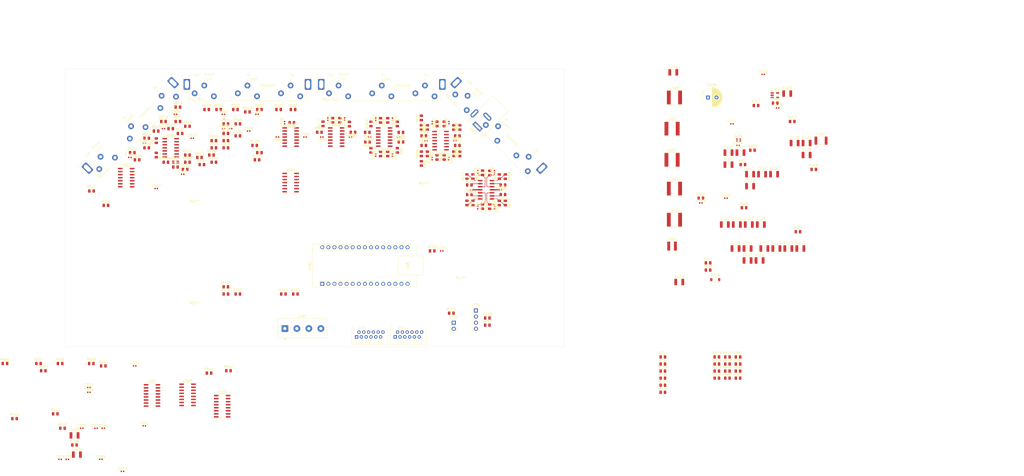
<source format=kicad_pcb>
(kicad_pcb (version 20241229) (generator "pcbnew") (generator_version "9.0")
  (layers (0 "F.Cu" signal) (4 "In1.Cu" signal) (6 "In2.Cu" signal) (2 "B.Cu" signal) (13 "F.Paste" user) (15 "B.Paste" user) (5 "F.SilkS" user "F.Silkscreen") (7 "B.SilkS" user "B.Silkscreen") (1 "F.Mask" user) (3 "B.Mask" user) (25 "Edge.Cuts" user))
  (net 0 "")
  (net 1 "GND")
  (net 3 "SEL_INPUT0")
  (net 4 "~{EN_MUX1}")
  (net 5 "AUTO_DET_COMP")
  (net 12 "+5V")
  (net 14 "SEL_INPUT2")
  (net 15 "SEL_INPUT1")
  (net 18 "BTN")
  (net 19 "SEL_INPUT3")
  (net 21 "SDA")
  (net 25 "~{EN_MUX0}")
  (net 26 "AUTO_DET_Y")
  (net 27 "SCL")
  (net 30 "+2V5")
  (net 31 "-2V5")
  (net 32 "Net-(U402-VIN)")
  (net 33 "Net-(U401-VIN)")
  (net 34 "Net-(C405-Pad1)")
  (net 35 "Net-(C408-Pad1)")
  (net 36 "Net-(U401-BST)")
  (net 37 "Net-(U401-SW)")
  (net 38 "Net-(D401-A)")
  (net 39 "Net-(U402-SW)")
  (net 40 "Net-(U402-NFB)")
  (net 41 "Net-(U401-FB)")
  (net 42 "Net-(C419-Pad1)")
  (net 43 "Net-(C422-Pad1)")
  (net 44 "Net-(C424-Pad1)")
  (net 45 "Net-(C431-Pad1)")
  (net 46 "Net-(CONN501A-TL)")
  (net 47 "Net-(U501A-+INA)")
  (net 48 "Net-(CONN501B-TC)")
  (net 49 "Net-(U501C-+INC)")
  (net 50 "Net-(CONN501C-TR)")
  (net 51 "Net-(U502A-+INA)")
  (net 52 "Net-(CONN502A-TL)")
  (net 53 "Net-(U503A-+INA)")
  (net 54 "Net-(U503C-+INC)")
  (net 55 "Net-(CONN502B-TC)")
  (net 56 "Net-(U504A-+INA)")
  (net 57 "Net-(CONN502C-TR)")
  (net 58 "Net-(U501B-+INB)")
  (net 59 "Net-(CONN501A-BL)")
  (net 60 "Net-(CONN501B-BC)")
  (net 61 "Net-(U501D-+IND)")
  (net 62 "Net-(U502D-+IND)")
  (net 63 "Net-(CONN501C-BR)")
  (net 64 "Net-(U503B-+INB)")
  (net 65 "Net-(CONN502A-BL)")
  (net 66 "Net-(CONN502B-BC)")
  (net 67 "Net-(U503D-+IND)")
  (net 68 "Net-(CONN502C-BR)")
  (net 69 "Net-(U504D-+IND)")
  (net 70 "Net-(U505A-+INA)")
  (net 71 "Net-(CONN503A-TL)")
  (net 72 "Net-(CONN503B-TC)")
  (net 73 "Net-(U505C-+INC)")
  (net 74 "Net-(CONN503C-TR)")
  (net 75 "Net-(U506A-+INA)")
  (net 76 "Net-(CONN503A-BL)")
  (net 77 "Net-(U505B-+INB)")
  (net 78 "Net-(U505D-+IND)")
  (net 79 "Net-(CONN503B-BC)")
  (net 80 "Net-(CONN503C-BR)")
  (net 81 "Net-(U506D-+IND)")
  (net 82 "Net-(U601A-+INA)")
  (net 83 "PbX")
  (net 84 "Net-(U601C-+INC)")
  (net 85 "PrX")
  (net 86 "Net-(U602A-+INA)")
  (net 87 "RightX")
  (net 88 "YX")
  (net 89 "Net-(U601B-+INB)")
  (net 90 "Net-(U601D-+IND)")
  (net 91 "CompX")
  (net 92 "LeftX")
  (net 93 "Net-(U602B-+INB)")
  (net 94 "Net-(CONN601A-TL)")
  (net 95 "Net-(CONN601B-BC)")
  (net 96 "Net-(CONN601A-BL)")
  (net 97 "Net-(CONN601B-TC)")
  (net 98 "Net-(CONN601C-TR)")
  (net 99 "Net-(CONN601C-BR)")
  (net 100 "Net-(F401-Pad1)")
  (net 101 "/Switch/Right4")
  (net 102 "/Switch/Y4")
  (net 103 "/Switch/Pb4")
  (net 104 "/Switch/Comp4")
  (net 105 "/Switch/Left4")
  (net 106 "/Switch/Pr4")
  (net 107 "Net-(J703-Pin_1)")
  (net 108 "Net-(U401-EN)")
  (net 109 "Net-(R404-Pad2)")
  (net 110 "Net-(U501A--INA)")
  (net 111 "Net-(U501A-OUTA)")
  (net 112 "Net-(U501C--INC)")
  (net 113 "Net-(U501C-OUTC)")
  (net 114 "Net-(U502A-OUTA)")
  (net 115 "Net-(U502A--INA)")
  (net 116 "Net-(U503A--INA)")
  (net 117 "Net-(U503A-OUTA)")
  (net 118 "Net-(U503C--INC)")
  (net 119 "Net-(U503C-OUTC)")
  (net 120 "Net-(U504A--INA)")
  (net 121 "Net-(U504A-OUTA)")
  (net 122 "Net-(U501B-OUTB)")
  (net 123 "Net-(U501B--INB)")
  (net 124 "Net-(U501D-OUTD)")
  (net 125 "Net-(U501D--IND)")
  (net 126 "Net-(U502B--INB)")
  (net 127 "Net-(U502D-OUTD)")
  (net 128 "Net-(U503B--INB)")
  (net 129 "Net-(U503B-OUTB)")
  (net 130 "Net-(U503D-OUTD)")
  (net 131 "Net-(U503D--IND)")
  (net 132 "Net-(U504B--INB)")
  (net 133 "Net-(U504D-OUTD)")
  (net 134 "/Switch/Pb1")
  (net 135 "/Switch/Y1")
  (net 136 "/Switch/Pr1")
  (net 137 "/Switch/Comp1")
  (net 138 "/Switch/Right1")
  (net 139 "/Switch/Left1")
  (net 140 "/Switch/Pb2")
  (net 141 "/Switch/Y2")
  (net 142 "/Switch/Pr2")
  (net 143 "/Switch/Comp2")
  (net 144 "/Switch/Right2")
  (net 145 "/Switch/Left2")
  (net 146 "Net-(U505A-OUTA)")
  (net 147 "Net-(U505A--INA)")
  (net 148 "Net-(U505C-OUTC)")
  (net 149 "Net-(U505C--INC)")
  (net 150 "Net-(U506A-OUTA)")
  (net 151 "Net-(U506A--INA)")
  (net 152 "Net-(U505B-OUTB)")
  (net 153 "Net-(U505B--INB)")
  (net 154 "Net-(U505D-OUTD)")
  (net 155 "Net-(U505D--IND)")
  (net 156 "Net-(U506B--INB)")
  (net 157 "Net-(U506D-OUTD)")
  (net 158 "/Switch/Pb3")
  (net 159 "/Switch/Y3")
  (net 160 "/Switch/Pr3")
  (net 161 "/Switch/Comp3")
  (net 162 "/Switch/Right3")
  (net 163 "/Switch/Left3")
  (net 164 "Net-(U601A--INA)")
  (net 165 "Net-(U601C--INC)")
  (net 166 "Net-(U602A--INA)")
  (net 167 "Net-(U601A-OUTA)")
  (net 168 "Net-(U601C-OUTC)")
  (net 169 "Net-(U602A-OUTA)")
  (net 170 "Net-(U601B-OUTB)")
  (net 171 "Net-(U601D-OUTD)")
  (net 172 "Net-(U602B-OUTB)")
  (net 173 "Net-(U601B--INB)")
  (net 174 "Net-(U601D--IND)")
  (net 175 "Net-(U602B--INB)")
  (net 176 "Net-(U602C--INC)")
  (net 177 "Net-(U602C-OUTC)")
  (net 178 "Net-(U602D--IND)")
  (net 179 "Net-(U602D-OUTD)")
  (net 180 "Net-(U502C--INC)")
  (net 181 "Net-(U502D--IND)")
  (net 182 "Net-(U504C--INC)")
  (net 183 "Net-(U504D--IND)")
  (net 184 "Net-(U506C--INC)")
  (net 185 "Net-(U506D--IND)")
  (net 187 "Net-(J504-Pin_10)")
  (net 188 "Net-(J504-Pin_4)")
  (net 189 "Net-(J504-Pin_2)")
  (net 190 "Net-(J504-Pin_12)")
  (net 191 "Net-(J504-Pin_8)")
  (net 192 "Net-(J504-Pin_6)")
  (net 193 "Net-(J701-Pin_4)")
  (net 194 "Net-(J701-Pin_6)")
  (net 195 "Net-(J701-Pin_2)")
  (net 196 "Net-(U602C-+INC)")
  (net 197 "Net-(U602D-+IND)")
  (footprint "Capacitor_SMD:C_1210_3225Metric" (layer "F.Cu") (at 63.9125 182)
    (property "Reference" "C430")
    (property "Value" "22uF")
  )
  (footprint "Resistor_SMD:R_0805_2012Metric" (layer "F.Cu") (at 111 53)
    (property "Reference" "R540")
    (property "Value" "75")
  )
  (footprint "Resistor_SMD:R_0805_2012Metric" (layer "F.Cu") (at 214.999999 52 90)
    (property "Reference" "R633")
    (property "Value" "10K")
  )
  (footprint "Capacitor_SMD:C_0402_1005Metric" (layer "F.Cu") (at 212.999999 66.5 90)
    (property "Reference" "C612")
    (property "Value" "1.0uF")
  )
  (footprint "Resistor_SMD:R_0805_2012Metric" (layer "F.Cu") (at 90 67)
    (property "Reference" "R526")
    (property "Value" "10K")
  )
  (footprint "Resistor_SMD:R_0805_2012Metric" (layer "F.Cu") (at 198.475 63.04 -90)
    (property "Reference" "R567")
    (property "Value" "75")
  )
  (footprint "Resistor_SMD:R_0805_2012Metric" (layer "F.Cu") (at 106 70)
    (property "Reference" "R539")
    (property "Value" "75")
  )
  (footprint "Resistor_SMD:R_0805_2012Metric" (layer "F.Cu") (at 122 68)
    (property "Reference" "R544")
    (property "Value" "75")
  )
  (footprint "TerminalBlock:TerminalBlock_MaiXu_MX126-5.0-04P_1x04_P5.00mm" (layer "F.Cu") (at 151.6 137.4)
    (property "Reference" "J402")
    (property "Value" "Screw_Terminal_01x03")
  )
  (footprint "Capacitor_THT:CP_Radial_D8.0mm_P3.50mm" (layer "F.Cu") (at 328 41)
    (property "Reference" "C406")
    (property "Value" "470uF")
  )
  (footprint "Resistor_SMD:R_0805_2012Metric" (layer "F.Cu") (at 222.000001 64.5 -90)
    (property "Reference" "R612")
    (property "Value" "75")
  )
  (footprint "Resistor_SMD:R_0805_2012Metric" (layer "F.Cu") (at 107 51)
    (property "Reference" "R507")
    (property "Value" "10K")
  )
  (footprint "Capacitor_SMD:C_0402_1005Metric" (layer "F.Cu") (at 89 153)
    (property "Reference" "C527")
    (property "Value" "0.1uF")
  )
  (footprint "Capacitor_SMD:C_1210_3225Metric" (layer "F.Cu") (at 313.5 30.5)
    (property "Reference" "C421")
    (property "Value" "22uF")
  )
  (footprint "Capacitor_SMD:C_0402_1005Metric" (layer "F.Cu") (at 66.9125 179)
    (property "Reference" "C535")
    (property "Value" "0.1uF")
  )
  (footprint "Capacitor_SMD:C_0402_1005Metric" (layer "F.Cu") (at 87 66)
    (property "Reference" "C516")
    (property "Value" "1.0uF")
  )
  (footprint "Capacitor_SMD:C_1210_3225Metric" (layer "F.Cu") (at 366.475 104)
    (property "Reference" "C424")
    (property "Value" "22uF")
  )
  (footprint "Capacitor_SMD:C_0402_1005Metric" (layer "F.Cu") (at 98 79)
    (property "Reference" "C517")
    (property "Value" "1.0uF")
  )
  (footprint "Package_SO:SOIC-16_3.9x9.9mm_P1.27mm" (layer "F.Cu") (at 111.025 165.075)
    (property "Reference" "U508")
    (property "Value" "74HC4052D")
  )
  (footprint "Resistor_SMD:R_0805_2012Metric" (layer "F.Cu") (at 128.0875 155)
    (property "Reference" "R542")
    (property "Value" "75")
  )
  (footprint "Capacitor_SMD:C_0402_1005Metric" (layer "F.Cu") (at 176.5 50 90)
    (property "Reference" "C525")
    (property "Value" "1.0uF")
  )
  (footprint "Capacitor_SMD:C_0402_1005Metric" (layer "F.Cu") (at 241.475 79.5)
    (property "Reference" "C607")
    (property "Value" "0.1uF")
  )
  (footprint "Resistor_SMD:R_0805_2012Metric" (layer "F.Cu") (at 194.475 50.54 90)
    (property "Reference" "R561")
    (property "Value" "10K")
  )
  (footprint "Resistor_SMD:R_0805_2012Metric" (layer "F.Cu") (at 309.1575 161.05)
    (property "Reference" "R715")
    (property "Value" "0")
  )
  (footprint "Resistor_SMD:R_0805_2012Metric" (layer "F.Cu") (at 242.5 81.5 180)
    (property "Reference" "R619")
    (property "Value" "499")
  )
  (footprint "Resistor_SMD:R_0805_2012Metric" (layer "F.Cu") (at 75.9125 153)
    (property "Reference" "R555")
    (property "Value" "75")
  )
  (footprint "Capacitor_SMD:C_0402_1005Metric" (layer "F.Cu") (at 338 52)
    (property "Reference" "C414")
    (property "Value" "0.1uF")
  )
  (footprint "Resistor_SMD:R_0805_2012Metric" (layer "F.Cu") (at 77 86)
    (property "Reference" "R515")
    (property "Value" "75")
  )
  (footprint "Resistor_SMD:R_0805_2012Metric" (layer "F.Cu") (at 223.5 57 180)
    (property "Reference" "R621")
    (property "Value" "499")
  )
  (footprint "Resistor_SMD:R_0805_2012Metric" (layer "F.Cu") (at 174.5 50.5 90)
    (property "Reference" "R554")
    (property "Value" "10K")
  )
  (footprint "Resistor_SMD:R_0805_2012Metric" (layer "F.Cu") (at 141 46)
    (property "Reference" "R517")
    (property "Value" "75")
  )
  (footprint "Resistor_SMD:R_0805_2012Metric" (layer "F.Cu") (at 325 83)
    (property "Reference" "R407")
    (property "Value" "31.6k")
  )
  (footprint "Resistor_SMD:R_0805_2012Metric" (layer "F.Cu") (at 117 69)
    (property "Reference" "R534")
    (property "Value" "499")
  )
  (footprint "avswitch:amphenol-HLW12R-2C7LF" (layer "F.Cu") (at 181.5 140.9)
    (property "Reference" "J701")
    (property "Value" "CTRL" (hide yes))
  )
  (footprint "Resistor_SMD:R_0805_2012Metric" (layer "F.Cu") (at 208.499999 49.5 90)
    (property "Reference" "R627")
    (property "Value" "499")
  )
  (footprint "Capacitor_SMD:C_0402_1005Metric" (layer "F.Cu") (at 229.455 79.5 180)
    (property "Reference" "C608")
    (property "Value" "0.1uF")
  )
  (footprint "Capacitor_SMD:C_0402_1005Metric" (layer "F.Cu") (at 232 72 90)
    (property "Reference" "C605")
    (property "Value" "1.0uF")
  )
  (footprint "Inductor_SMD:L_Taiyo-Yuden_NR-40xx" (layer "F.Cu") (at 313 103)
    (property "Reference" "L404")
    (property "Value" "2.2uH")
  )
  (footprint "Package_SO:SOIC-14_3.9x8.7mm_P1.27mm" (layer "F.Cu") (at 104 62)
    (property "Reference" "U501")
    (property "Value" "RS8754")
  )
  (footprint "Capacitor_SMD:C_0402_1005Metric" (layer "F.Cu") (at 72.9125 179)
    (property "Reference" "C511")
    (property "Value" "0.1uF")
  )
  (footprint "Resistor_SMD:R_0805_2012Metric" (layer "F.Cu") (at 342.525 69)
    (property "Reference" "R402")
    (property "Value" "0.787")
  )
  (footprint "Capacitor_SMD:C_0402_1005Metric" (layer "F.Cu") (at 126 54)
    (property "Reference" "C520")
    (property "Value" "1.0uF")
  )
  (footprint "Resistor_SMD:R_0805_2012Metric" (layer "F.Cu") (at 127 52)
    (property "Reference" "R504")
    (property "Value" "499")
  )
  (footprint "Resistor_SMD:R_0805_2012Metric" (layer "F.Cu") (at 187.475 63.040001 -90)
    (property "Reference" "R570")
    (property "Value" "75")
  )
  (footprint "Capacitor_SMD:C_0402_1005Metric" (layer "F.Cu") (at 196.475 65.04 -90)
    (property "Reference" "C523")
    (property "Value" "1.0uF")
  )
  (footprint "Resistor_SMD:R_0805_2012Metric" (layer "F.Cu") (at 127 62)
    (property "Reference" "R546")
    (property "Value" "75")
  )
  (footprint "Capacitor_SMD:C_1210_3225Metric" (layer "F.Cu") (at 364.0875 60)
    (property "Reference" "C426")
    (property "Value" "22uF")
  )
  (footprint "Resistor_SMD:R_0805_2012Metric" (layer "F.Cu") (at 178.5 52.0875 90)
    (property "Reference" "R571")
    (property "Value" "75")
  )
  (footprint "Resistor_SMD:R_0805_2012Metric" (layer "F.Cu") (at 111 68)
    (property "Reference" "R509")
    (property "Value" "10K")
  )
  (footprint "Resistor_SMD:R_0805_2012Metric" (layer "F.Cu") (at 194.475 64.54 -90)
    (property "Reference" "R552")
    (property "Value" "10K")
  )
  (footprint "Capacitor_SMD:C_0402_1005Metric" (layer "F.Cu") (at 126 48)
    (property "Reference" "C510")
    (property "Value" "1.0uF")
  )
  (footprint "Resistor_SMD:R_0805_2012Metric" (layer "F.Cu") (at 70.9125 152)
    (property "Reference" "R558")
    (property "Value" "75")
  )
  (footprint "Resistor_SMD:R_0805_2012Metric" (layer "F.Cu") (at 236 133)
    (property "Reference" "R708")
    (property "Value" "4.7K")
  )
  (footprint "Capacitor_SMD:C_1210_3225Metric" (layer "F.Cu") (at 369.0875 60)
    (property "Reference" "C428")
    (property "Value" "22uF")
  )
  (footprint "Resistor_SMD:R_0805_2012Metric" (layer "F.Cu") (at 121 65)
    (property "Reference" "R528")
    (property "Value" "10K")
  )
  (footprint "Capacitor_SMD:C_0402_1005Metric" (layer "F.Cu") (at 83.9125 197)
    (property "Reference" "C513")
    (property "Value" "0.1uF")
  )
  (footprint "Resistor_SMD:R_0805_2012Metric" (layer "F.Cu") (at 340.4875 149.25)
    (property "Reference" "R581")
    (property "Value" "0")
  )
  (footprint "Capacitor_SMD:C_0402_1005Metric" (layer "F.Cu") (at 189.475 50.04 90)
    (property "Reference" "C524")
    (property "Value" "1.0uF")
  )
  (footprint "Resistor_SMD:R_0805_2012Metric" (layer "F.Cu") (at 136 47)
    (property "Reference" "R512")
    (property "Value" "10K")
  )
  (footprint "Resistor_SMD:R_0805_2012Metric" (layer "F.Cu") (at 57.9125 152)
    (property "Reference" "R556")
    (property "Value" "75")
  )
  (footprint "Capacitor_SMD:C_1210_3225Metric" (layer "F.Cu") (at 350.525 73)
    (property "Reference" "C410")
    (property "Value" "22uF")
  )
  (footprint "Resistor_SMD:R_0805_2012Metric" (layer "F.Cu") (at 102 68)
    (property "Reference" "R538")
    (property "Value" "75")
  )
  (footprint "Package_SO:SOIC-16_3.9x9.9mm_P1.27mm" (layer "F.Cu") (at 125.475 169.825)
    (property "Reference" "U509")
    (property "Value" "74HC4052D")
  )
  (footprint "Capacitor_SMD:C_0402_1005Metric" (layer "F.Cu") (at 113 58)
    (property "Reference" "C533")
    (property "Value" "0.1uF")
  )
  (footprint "Package_SO:SOIC-14_3.9x8.7mm_P1.27mm" (layer "F.Cu") (at 85.475 74.46)
    (property "Reference" "U502")
    (property "Value" "RS8754")
  )
  (footprint "Resistor_SMD:R_0805_2012Metric" (layer "F.Cu") (at 191.475 50.54 90)
    (property "Reference" "R553")
    (property "Value" "10K")
  )
  (footprint "Resistor_SMD:R_0805_2012Metric" (layer "F.Cu") (at 107 45)
    (property "Reference" "R513")
    (property "Value" "75")
  )
  (footprint "avswitch:RCJ-61" (layer "F.Cu") (at 192 36)
    (property "Reference" "CONN503")
    (property "Value" "~")
  )
  (footprint "Inductor_SMD:L_Taiyo-Yuden_NR-60xx" (layer "F.Cu") (at 314 41)
    (property "Reference" "L406")
    (property "Value" "10uH")
  )
  (footprint "Resistor_SMD:R_0805_2012Metric" (layer "F.Cu") (at 208.499999 53.5 -90)
    (property "Reference" "R626")
    (property "Value" "549")
  )
  (footprint "Package_TO_SOT_SMD:SOT-23-5" (layer "F.Cu") (at 355.8625 40.05)
    (property "Reference" "U402")
    (property "Value" "LM2611xMF")
  )
  (footprint "Resistor_SMD:R_0805_2012Metric" (layer "F.Cu") (at 365.475 97)
    (property "Reference" "R404")
    (property "Value" "324")
  )
  (footprint "Capacitor_SMD:C_0402_1005Metric" (layer "F.Cu") (at 57.9125 192)
    (property "Reference" "C514")
    (property "Value" "0.1uF")
  )
  (footprint "Capacitor_SMD:C_0402_1005Metric" (layer "F.Cu") (at 106 48)
    (property "Reference" "C505")
    (property "Value" "1.0uF")
  )
  (footprint "Package_SO:SOIC-14_3.9x8.7mm_P1.27mm" (layer "F.Cu") (at 216.5 59 180)
    (property "Reference" "U602")
    (property "Value" "RS8754")
  )
  (footprint "Resistor_SMD:R_0805_2012Metric" (layer "F.Cu") (at 309.1575 152.2)
    (property "Reference" "R712")
    (property "Value" "0")
  )
  (footprint "Capacitor_SMD:C_0402_1005Metric" (layer "F.Cu") (at 219.9125 66.5 -90)
    (property "Reference" "C603")
    (property "Value" "1.0uF")
  )
  (footprint "Resistor_SMD:R_0805_2012Metric" (layer "F.Cu") (at 98 65 -90)
    (property "Reference" "R531")
    (property "Value" "499")
  )
  (footprint "Resistor_SMD:R_0805_2012Metric" (layer "F.Cu") (at 132 123)
    (property "Reference" "R705")
    (property "Value" "4.7K")
  )
  (footprint "Resistor_SMD:R_0805_2012Metric" (layer "F.Cu") (at 242.5 77.5 180)
    (property "Reference" "R605")
    (property "Value" "499")
  )
  (footprint "Inductor_SMD:L_Taiyo-Yuden_NR-60xx" (layer "F.Cu") (at 313 67)
    (property "Reference" "L401")
    (property "Value" "10uH")
  )
  (footprint "Resistor_SMD:R_0805_2012Metric" (layer "F.Cu") (at 243.5 74 -90)
    (property "Reference" "R608")
    (property "Value" "549")
  )
  (footprint "Resistor_SMD:R_0805_2012Metric" (layer "F.Cu") (at 209.499999 61)
    (property "Reference" "R629")
    (property "Value" "499")
  )
  (footprint "Resistor_SMD:R_0805_2012Metric" (layer "F.Cu") (at 199.975 59.54)
    (property "Reference" "R549")
    (property "Value" "499")
  )
  (footprint "Resistor_SMD:R_0805_2012Metric" (layer "F.Cu") (at 236 136)
    (property "Reference" "R707")
    (property "Value" "4.7K")
  )
  (footprint "Capacitor_SMD:C_1210_3225Metric" (layer "F.Cu") (at 339.475 104)
    (property "Reference" "C433")
    (property "Value" "22uF")
  )
  (footprint "Resistor_SMD:R_0805_2012Metric" (layer "F.Cu") (at 132 52)
    (property "Reference" "R506")
    (property "Value" "499")
  )
  (footprint "Capacitor_SMD:C_0402_1005Metric" (layer "F.Cu") (at 220 51.48 90)
    (property "Reference" "C606")
    (property "Value" "1.0uF")
  )
  (footprint "Capacitor_SMD:C_0402_1005Metric" (layer "F.Cu") (at 169.5 50 -90)
    (property "Reference" "C532")
    (property "Value" "1.0uF")
  )
  (footprint "Resistor_SMD:R_0805_2012Metric" (layer "F.Cu") (at 210.999999 53.5 90)
    (property "Reference" "R628")
    (property "Value" "499")
  )
  (footprint "Connector_BarrelJack:BarrelJack_Wuerth_6941xx301002" (layer "F.Cu") (at 231.898781 53.101219 135)
    (property "Reference" "J401")
    (property "Value" "694106301002")
  )
  (footprint "Package_SO:SOIC-14_3.9x8.7mm_P1.27mm" (layer "F.Cu") (at 193 57.5 180)
    (property "Reference" "U505")
    (property "Value" "RS8754")
  )
  (footprint "Resistor_SMD:R_0805_2012Metric" (layer "F.Cu") (at 213 105)
    (property "Reference" "R709")
    (property "Value" "4.7k")
  )
  (footprint "Resistor_SMD:R_0805_2012Metric" (layer "F.Cu") (at 218 52 90)
    (property "Reference" "R624")
    (property "Value" "10K")
  )
  (footprint "Resistor_SMD:R_0805_2012Metric" (layer "F.Cu") (at 139 61)
    (property "Reference" "R530")
    (property "Value" "10K")
  )
  (footprint "Resistor_SMD:R_0805_2012Metric" (layer "F.Cu") (at 309.1575 158.1)
    (property "Reference" "R714")
    (property "Value" "0")
  )
  (footprint "Resistor_SMD:R_0805_2012Metric" (layer "F.Cu") (at 131 46)
    (property "Reference" "R523")
    (property "Value" "75")
  )
  (footprint "Resistor_SMD:R_0805_2012Metric" (layer "F.Cu") (at 227.5 74 90)
    (property "Reference" "R617")
    (property "Value" "549")
  )
  (footprint "Capacitor_SMD:C_1210_3225Metric" (layer "F.Cu") (at 350 94)
    (property "Reference" "C409")
    (property "Value" "22uF")
  )
  (footprint "Capacitor_SMD:C_1210_3225Metric" (layer "F.Cu") (at 336.525 69)
    (property "Reference" "C402")
    (property "Value" "22uF")
  )
  (footprint "Resistor_SMD:R_0805_2012Metric" (layer "F.Cu") (at 156 123)
    (property "Reference" "R703")
    (property "Value" "4.7K")
  )
  (footprint "Resistor_SMD:R_0805_2012Metric" (layer "F.Cu") (at 227.5 85 -90)
    (property "Reference" "R607")
    (property "Value" "549")
  )
  (footprint "Capacitor_SMD:C_0402_1005Metric" (layer "F.Cu") (at 74.9125 192)
    (property "Reference" "C536")
    (property "Value" "0.1uF")
  )
  (footprint "Capacitor_SMD:C_1210_3225Metric" (layer "F.Cu") (at 369.0875 65)
    (property "Reference" "C429")
    (property "Value" "22uF")
  )
  (footprint "Capacitor_SMD:C_0402_1005Metric" (layer "F.Cu") (at 93 178)
    (property "Reference" "C501")
    (property "Value" "0.1uF")
  )
  (footprint "Capacitor_SMD:C_1210_3225Metric" (layer "F.Cu") (at 361 39.35)
    (property "Reference" "C403")
    (property "Value" "22uF")
  )
  (footprint "Package_TO_SOT_SMD:SOT-563" (layer "F.Cu") (at 340.7375 58.75)
    (property "Reference" "U401")
    (property "Value" "TPS561243DRLR")
  )
  (footprint "Resistor_SMD:R_0805_2012Metric" (layer "F.Cu") (at 209.499999 57)
    (property "Reference" "R625")
    (property "Value" "499")
  )
  (footprint "Resistor_SMD:R_0805_2012Metric" (layer "F.Cu") (at 149 46)
    (property "Reference" "R522")
    (property "Value" "75")
  )
  (footprint "Resistor_SMD:R_0805_2012Metric" (layer "F.Cu") (at 224.500001 64.5 90)
    (property "Reference" "R609")
    (property "Value" "549")
  )
  (footprint "Resistor_SMD:R_0805_2012Metric" (layer "F.Cu") (at 237 72.5 90)
    (property "Reference" "R602")
    (property "Value" "10K")
  )
  (footprint "Resistor_SMD:R_0805_2012Metric" (layer "F.Cu") (at 340.4875 155.15)
    (property "Reference" "R583")
    (property "Value" "0")
  )
  (footprint "Resistor_SMD:R_0805_2012Metric" (layer "F.Cu") (at 199.975 55.54 180)
    (property "Reference" "R564")
    (property "Value" "499")
  )
  (footprint "Resistor_SMD:R_0805_2012Metric" (layer "F.Cu") (at 101 51)
    (property "Reference" "R519")
    (property "Value" "75")
  )
  (footprint "Package_SO:SOIC-14_3.9x8.7mm_P1.27mm" (layer "F.Cu") (at 154 76.5)
    (property "Reference" "U504")
    (property "Value" "RS8754")
  )
  (footprint "Capacitor_SMD:C_0402_1005Metric" (layer "F.Cu") (at 69.9125 164)
    (property "Reference" "C503")
    (property "Value" "0.1uF")
  )
  (footprint "Capacitor_SMD:C_0402_1005Metric" (layer "F.Cu") (at 239 72 90)
    (property "Reference" "C602")
    (property "Value" "1.0uF")
  )
  (footprint "Capacitor_SMD:C_0402_1005Metric" (layer "F.Cu") (at 178.98 57.5)
    (property "Reference" "C528")
    (property "Value" "0.1uF")
  )
  (footprint "Capacitor_SMD:C_0402_1005Metric" (layer "F.Cu") (at 189.475 65.040001 90)
    (property "Reference" "C531")
    (property "Value" "1.0uF")
  )
  (footprint "Capacitor_SMD:C_0402_1005Metric" (layer "F.Cu") (at 222.5 59)
    (property "Reference" "C609")
    (property "Value" "0.1uF")
  )
  (footprint "Capacitor_SMD:C_0402_1005Metric" (layer "F.Cu") (at 167 57.5 180)
    (property "Reference" "C526")
    (property "Value" "0.1uF")
  )
  (footprint "Resistor_SMD:R_0805_2012Metric" (layer "F.Cu") (at 110 71)
    (property "Reference" "R533")
    (property "Value" "499")
  )
  (footprint "avswitch:RCJ-61" (layer "F.Cu") (at 240.5 53 -45)
    (property "Reference" "CONN601")
    (property "Value" "~")
  )
  (footprint "Resistor_SMD:R_0805_2012Metric" (layer "F.Cu") (at 336.0775 155.15)
    (property "Reference" "R579")
    (property "Value" "0")
  )
  (footprint "Resistor_SMD:R_0805_2012Metric" (layer "F.Cu") (at 63.9125 186)
    (property "Reference" "R706")
    (property "Value" "4.7K")
  )
  (footprint "MountingHole:MountingHole_3.2mm_M3" (layer "F.Cu") (at 209.5 81)
    (property "Reference" "REF**")
    (property "Value" "MountingHole_3.2mm_M3")
  )
  (footprint "Resistor_SMD:R_0805_2012Metric" (layer "F.Cu") (at 127 56)
    (property "Reference" "R505")
    (property "Value" "499")
  )
  (footprint "Capacitor_SMD:C_0402_1005Metric" (layer "F.Cu") (at 160 57.5)
    (property "Reference" "C504")
    (property "Value" "0.1uF")
  )
  (footprint "Resistor_SMD:R_0805_2012Metric" (layer "F.Cu") (at 185.975 55.54 180)
    (property "Reference" "R550")
    (property "Value" "499")
  )
  (footprint "Resistor_SMD:R_0805_2012Metric" (layer "F.Cu") (at 230 85 -90)
    (property "Reference" "R610")
    (property "Value" "75")
  )
  (footprint "Resistor_SMD:R_0805_2012Metric" (layer "F.Cu") (at 343 87)
    (property "Reference" "R405")
    (property "Value" "10k")
  )
  (footprint "Resistor_SMD:R_0805_2012Metric" (layer "F.Cu") (at 180 55.5 180)
    (property "Reference" "R551")
    (property "Value" "499")
  )
  (footprint "Package_SO:SOIC-14_3.9x8.7mm_P1.27mm" (layer "F.Cu") (at 235.5 79.5 180)
    (property "Reference" "U601")
    (property "Value" "RS8754")
  )
  (footprint "Capacitor_SMD:C_1210_3225Metric" (layer "F.Cu") (at 64.9125 190)
    (property "Reference" "C425")
    (property "Value" "22uF")
  )
  (footprint "Resistor_SMD:R_0805_2012Metric" (layer "F.Cu") (at 331.6675 158.1)
    (property "Reference" "R576")
    (property "Value" "0")
  )
  (footprint "Resistor_SMD:R_0805_2012Metric" (layer "F.Cu") (at 241 74 90)
    (property "Reference" "R611")
    (property "Value" "75")
  )
  (footprint "Resistor_SMD:R_0805_2012Metric" (layer "F.Cu") (at 336.0775 152.2)
    (property "Reference" "R578")
    (property "Value" "0")
  )
  (footprint "Resistor_SMD:R_0805_2012Metric" (layer "F.Cu") (at 58.9125 179)
    (property "Reference" "R412")
    (property "Value" "0.698")
  )
  (footprint "Resistor_SMD:R_0805_2012Metric" (layer "F.Cu") (at 336.0775 158.1)
    (property "Reference" "R580")
    (property "Value" "0")
  )
  (footprint "Resistor_SMD:R_0805_2012Metric" (layer "F.Cu") (at 198.475001 52.04 90)
    (property "Reference" "R568")
    (property "Value" "75")
  )
  (footprint "Capacitor_SMD:C_1210_3225Metric" (layer "F.Cu") (at 351.475 104)
    (property "Reference" "C427")
    (property "Value" "22uF")
  )
  (footprint "Inductor_SMD:L_Taiyo-Yuden_NR-60xx" (layer "F.Cu") (at 314 79)
    (property "Reference" "L402")
    (property "Value" "10uH")
  )
  (footprint "Capacitor_SMD:C_1210_3225Metric" (layer "F.Cu") (at 340 94)
    (property "Reference" "C411")
    (property "Value" "22uF")
  )
  (footprint "Resistor_SMD:R_0805_2012Metric" (layer "F.Cu") (at 346.525 63)
    (property "Reference" "R403")
    (property "Value" "100k")
  )
  (footprint "Resistor_SMD:R_0805_2012Metric" (layer "F.Cu") (at 97.9125 55)
    (property "Reference" "R537")
    (property "Value" "75")
  )
  (footprint "MountingHole:MountingHole_3.2mm_M3" (layer "F.Cu") (at 225 120.5)
    (property "Reference" "REF**")
    (property "Value" "MountingHole_3.2mm_M3")
  )
  (footprint "Resistor_SMD:R_0805_2012Metric" (layer "F.Cu") (at 187.475 52.04 90)
    (property "Reference" "R569")
    (property "Value" "75")
  )
  (footprint "Resistor_SMD:R_0805_2012Metric" (layer "F.Cu") (at 224.500001 53.500001 90)
    (property "Reference" "R618")
    (property "Value" "549")
  )
  (footprint "Resistor_SMD:R_0805_2012Metric" (layer "F.Cu") (at 122 59)
    (property "Reference" "R529")
    (property "Value" "10K")
  )
  (footprint "Resistor_SMD:R_0805_2012Metric" (layer "F.Cu") (at 171.5 50.5 90)
    (property "Reference" "R563")
    (property "Value" "10K")
  )
  (footprint "Capacitor_SMD:C_1210_3225Metric" (layer "F.Cu") (at 345.525 73)
    (property "Reference" "C412")
    (property "Value" "22uF")
  )
  (footprint "Resistor_SMD:R_0805_2012Metric" (layer "F.Cu") (at 328 113)
    (property "Reference" "R409")
    (property "Value" "0.324")
  )
  (footprint "Resistor_SMD:R_0805_2012Metric" (layer "F.Cu") (at 154.5 51.5 180)
    (property "Reference" "R510")
    (property "Value" "10K")
  )
  (footprint "Capacitor_SMD:C_1210_3225Metric" (layer "F.Cu") (at 361.475 104)
    (property "Reference" "C423")
    (property "Value" "22uF")
  )
  (footprint "Capacitor_SMD:C_0402_1005Metric" (layer "F.Cu") (at 212.999999 51.5 -90)
    (property "Reference" "C611")
    (property "Value" "1.0uF")
  )
  (footprint "Resistor_SMD:R_0805_2012Metric" (layer "F.Cu") (at 191.475 64.54 -90)
    (property "Reference" "R562")
    (property "Value" "10K")
  )
  (footprint "Capacitor_SMD:C_0402_1005Metric" (layer "F.Cu") (at 93 60)
    (property "Reference" "C506")
    (property "Value" "1.0uF")
  )
  (footprint "Capacitor_SMD:C_1210_3225Metric" (layer "F.Cu") (at 336.525 64)
    (property "Reference" "C401")
    (property "Value" "22uF")
  )
  (footprint "avswitch:RCJ-61" (layer "F.Cu") (at 87.5 53 45)
    (property "Reference" "CONN501")
    (property "Value" "~")
  )
  (footprint "Capacitor_SMD:C_0402_1005Metric" (layer "F.Cu") (at 210.499999 59)
    (property "Reference" "C610")
    (property "Value" "0.1uF")
  )
  (footprint "Module:Arduino_Nano" (layer "F.Cu") (at 167.19 118.75 90)
    (property "Reference" "A701")
    (property "Value" "Arduino_Nano_v3.x")
  )
  (footprint "Resistor_SMD:R_0805_2012Metric" (layer "F.Cu") (at 111 65)
    (property "Reference" "R527")
    (property "Value" "10K")
  )
  (footprint "Resistor_SMD:R_0805_2012Metric" (layer "F.Cu") (at 309.1575 164)
    (property "Reference" "R716")
    (property "Value" "0")
  )
  (footprint "Resistor_SMD:R_0805_2012Metric" (layer "F.Cu") (at 218 66 -90)
    (property "Reference" "R603")
    (property "Value" "10K")
  )
  (footprint "MountingHole:MountingHole_3.2mm_M3" (layer "F.Cu") (at 114 131)
    (property "Reference" "REF**")
    (property "Value" "MountingHole_3.2mm_M3")
  )
  (footprint "Resistor_SMD:R_0805_2012Metric" (layer "F.Cu") (at 336.0775 149.25)
    (property "Reference" "R577")
    (property "Value" "0")
  )
  (footprint "Resistor_SMD:R_0805_2012Metric" (layer "F.Cu") (at 116 66)
    (property "Reference" "R503")
    (property "Value" "499")
  )
  (footprint "Capacitor_SMD:C_1210_3225Metric" (layer "F.Cu") (at 344.475 104)
    (property "Reference" "C434")
    (property "Value" "22uF")
  )
  (footprint "Resistor_SMD:R_0805_2012Metric" (layer "F.Cu") (at 34.9125 152)
    (property "Reference" "R560")
    (property "Value" "75")
  )
  (footprint "Resistor_SMD:R_0805_2012Metric" (layer "F.Cu") (at 151 123)
    (property "Reference" "R704")
    (property "Value" "4.7K")
  )
  (footprint "Resistor_SMD:R_0805_2012Metric" (layer "F.Cu") (at 119 46)
    (property "Reference" "R518")
    (property "Value" "75")
  )
  (footprint "Capacitor_SMD:C_0402_1005Metric" (layer "F.Cu") (at 196.475 50.039999 -90)
    (property "Reference" "C530")
    (property "Value" "1.0uF")
  )
  (footprint "Capacitor_SMD:C_0402_1005Metric" (layer "F.Cu") (at 129 54)
    (property "Reference" "C519")
    (property "Value" "1.0uF")
  )
  (footprint "Capacitor_SMD:C_0402_1005Metric" (layer "F.Cu") (at 232 87 -90)
    (property "Reference" "C601")
    (property "Value" "1.0uF")
  )
  (footprint "Resistor_SMD:R_0805_2012Metric" (layer "F.Cu") (at 120 156)
    (property "Reference" "R541")
    (property "Value" "75")
  )
  (footprint "Capacitor_SMD:C_1210_3225Metric" (layer "F.Cu") (at 335 94)
    (property "Reference" "C405")
    (property "Value" "22uF")
  )
  (footprint "Resistor_SMD:R_0805_2012Metric" (layer "F.Cu") (at 372.0875 71)
    (property "Reference" "R408")
    (property "Value" "10k")
  )
  (footprint "Capacitor_SMD:C_1210_3225Metric" (layer "F.Cu") (at 355.525 73)
    (property "Reference" "C408")
    (property "Value" "22uF")
  )
  (footprint "Capacitor_SMD:C_0402_1005Metric" (layer "F.Cu") (at 109 73)
    (property "Reference" "C507")
    (property "Value" "1.0uF")
  )
  (footprint "Resistor_SMD:R_0805_2012Metric" (layer "F.Cu") (at 94 58)
    (property "Reference" "R514")
    (property "Value" "75")
  )
  (footprint "avswitch:amphenol-HLW12R-2C7LF" (layer "F.Cu") (at 197.6 140.9)
    (property "Reference" "J504")
    (property "Value" "MUX" (hide yes))
  )
  (footprint "Resistor_SMD:R_0805_2012Metric" (layer "F.Cu") (at 328 110)
    (property "Reference" "R411")
    (property "Value" "0.681")
  )
  (footprint "Resistor_SMD:R_0805_2012Metric" (layer "F.Cu") (at 124 46)
    (property "Reference" "R524")
    (property "Value" "75")
  )
  (footprint "Inductor_SMD:L_Taiyo-Yuden_NR-60xx" (layer "F.Cu") (at 314 92)
    (property "Reference" "L405")
    (property "Value" "10uH")
  )
  (footprint "Capacitor_SMD:C_0402_1005Metric" (layer "F.Cu") (at 198.975 57.54 180)
    (property "Reference" "C521")
    (property "Value" "0.1uF")
  )
  (footprint "Capacitor_SMD:C_0402_1005Metric" (layer "F.Cu") (at 101 54)
    (property "Reference" "C515")
    (property "Value" "1.0uF")
  )
  (footprint "Capacitor_SMD:C_0402_1005Metric" (layer "F.Cu") (at 136.5 55)
    (property "Reference" "C518")
    (property "Value" "1.0uF")
  )
  (footprint "Capacitor_SMD:C_1210_3225Metric" (layer "F.Cu") (at 316 118)
    (property "Reference" "C420")
    (property "Value" "22uF")
  )
  (footprint "Resistor_SMD:R_0805_2012Metric" (layer "F.Cu") (at 107.9125 56)
    (property "Reference" "R532")
    (property "Value" "499")
  )
  (footprint "Resistor_SMD:R_0805_2012Metric" (layer "F.Cu") (at 132 57)
    (property "Reference" "R536")
    (property "Value" "499")
  )
  (footprint "Resistor_SMD:R_0805_2012Metric" (layer "F.Cu") (at 348 44.35)
    (property "Reference" "R401")
    (property "Value" "0.787")
  )
  (footprint "Resistor_SMD:R_0805_2012Metric" (layer "F.Cu") (at 331.6675 152.2)
    (property "Reference" "R574")
    (property "Value" "0")
  )
  (footprint "Resistor_SMD:R_0805_2012Metric" (layer "F.Cu") (at 208.499999 68.5 -90)
    (property "Reference" "R631")
    (property "Value" "499")
  )
  (footprint "Resistor_SMD:R_0805_2012Metric" (layer "F.Cu") (at 88 64)
    (property "Reference" "R520")
    (property "Value" "75")
  )
  (footprint "Resistor_SMD:R_0805_2012Metric" (layer "F.Cu") (at 155 46)
    (property "Reference" "R516")
    (property "Value" "75")
  )
  (footprint "Resistor_SMD:R_0805_2012Metric" (layer "F.Cu") (at 240.975 85 90)
    (property "Reference" "R613")
    (property "Value" "75")
  )
  (footprint "Capacitor_SMD:C_0402_1005Metric" (layer "F.Cu") (at 340.525 61)
    (property "Reference" "C416")
    (property "Value" "0.1uF")
  )
  (footprint "Capacitor_SMD:C_0402_1005Metric" (layer "F.Cu") (at 140 48)
    (property "Reference" "C509")
    (property "Value" "1.0uF")
  )
  (footprint "Resistor_SMD:R_0805_2012Metric" (layer "F.Cu") (at 141 64)
    (property "Reference" "R547")
    (property "Value" "75")
  )
  (footprint "Resistor_SMD:R_0805_2012Metric" (layer "F.Cu") (at 104 54)
    (property "Reference" "R525")
    (property "Value" "10K")
  )
  (footprint "Fuse:Fuse_1812_4532Metric" (layer "F.Cu") (at 375.0875 59)
    (property "Reference" "F401")
    (property "Value" "750mA hold")
  )
  (footprint "Capacitor_SMD:C_0402_1005Metric" (layer "F.Cu") (at 239 87 -90)
    (property "Reference" "C604")
    (property "Value" "1.0uF")
  )
  (footprint "Resistor_SMD:R_0805_2012Metric" (layer "F.Cu") (at 331.6675 149.25)
    (property "Reference" "R573")
    (property "Value" "0")
  )
  (footprint "Capacitor_SMD:C_1210_3225Metric" (layer "F.Cu") (at 345 94)
    (property "Reference" "C407")
    (property "Value" "22uF")
  )
  (footprint "Resistor_SMD:R_0805_2012Metric" (layer "F.Cu") (at 309.1575 149.25)
    (property "Reference" "R711")
    (property "Value" "0")
  )
  (footprint "Resistor_SMD:R_0805_2012Metric" (layer "F.Cu") (at 94 62)
    (property "Reference" "R508")
    (property "Value" "10K")
  )
  (footprint "Resistor_SMD:R_0805_2012Metric" (layer "F.Cu") (at 38.9125 175)
    (property "Reference" "R545")
    (property "Value" "75")
  )
  (footprint "Resistor_SMD:R_0805_2012Metric" (layer "F.Cu") (at 48.9125 152)
    (property "Reference" "R557")
    (property "Value" "75")
  )
  (footprint "Capacitor_SMD:C_0402_1005Metric" (layer "F.Cu") (at 335.48 83)
    (property "Reference" "C418")
    (property "Value" "330pF")
  )
  (footprint "Capacitor_SMD:C_0402_1005Metric" (layer "F.Cu") (at 69.9125 162)
    (property "Reference" "C534")
    (property "Value" "0.1uF")
  )
  (footprint "avswitch:RCJ-61" (layer "F.Cu") (at 136 36)
    (property "Reference" "CONN502")
    (property "Value" "~")
  )
  (footprint "Resistor_SMD:R_0805_2012Metric" (layer "F.Cu") (at 309.1575 155.15)
    (property "Reference" "R713")
    (property "Value" "0")
  )
  (footprint "Capacitor_SMD:C_0402_1005Metric" (layer "F.Cu") (at 217 105)
    (property "Reference" "C701")
    (property "Value" "1.0uF")
  )
  (footprint "Resistor_SMD:R_0805_2012Metric" (layer "F.Cu") (at 236.975 86.5 -90)
    (property "Reference" "R622")
    (property "Value" "10K")
  )
  (footprint "Resistor_SMD:R_0805_2012Metric" (layer "F.Cu") (at 167.5 52 90)
    (property "Reference" "R572")
    (property "Value" "75")
  )
  (footprint "Capacitor_SMD:C_0402_1005Metric" (layer "F.Cu") (at 325 85)
    (property "Reference" "C419")
    (property "Value" "47pF")
  )
  (footprint "Capacitor_SMD:C_0402_1005Metric" (layer "F.Cu") (at 75.9125 179)
    (property "Reference" "C512")
    (property "Value" "0.1uF")
  )
  (footprint "Resistor_SMD:R_0805_2012Metric" (layer "F.Cu") (at 50.9125 155)
    (property "Reference" "R559")
    (property "Value" "75")
  )
  (footprint "Capacitor_SMD:C_0402_1005Metric" (layer "F.Cu") (at 60.9125 192)
    (property "Reference" "C529")
    (property "Value" "0.1uF")
  )
  (footprint "Capacitor_SMD:C_0402_1005Metric" (layer "F.Cu") (at 351 31.35)
    (property "Reference" "C417")
    (property "Value" "1uF")
  )
  (footprint "Inductor_SMD:L_Taiyo-Yuden_NR-60xx" (layer "F.Cu") (at 313 54)
    (property "Reference" "L403")
    (property "Value" "10uH")
  )
  (footprint "Resistor_SMD:R_0805_2012Metric" (layer "F.Cu") (at 234 72.4125 90)
    (property "Reference" "R623")
    (property "Value" "10K")
  )
  (footprint "Resistor_SMD:R_0805_2012Metric" (layer "F.Cu") (at 127 123)
    (property "Reference" "R701")
    (property "Value" "4.7K")
  )
  (footprint "Diode_SMD:D_SOD-123" (layer "F.Cu") (at 331 117)
    (property "Reference" "D401")
    (property "Value" "MBR0520")
  )
  (footprint "Resistor_SMD:R_0805_2012Metric" (layer "F.Cu") (at 223.5 61 180)
    (property "Reference" "R606")
    (property "Value" "499")
  )
  (footprint "MountingHole:MountingHole_3.2mm_M3" (layer "F.Cu") (at 114 88.5)
    (property "Reference" "REF**")
    (property "Value" "MountingHole_3.2mm_M3")
  )
  (footprint "Capacitor_SMD:C_1210_3225Metric" (layer "F.Cu") (at 344.475 109)
    (property "Reference" "C431")
    (property "Value" "22uF")
  )
  (footprint "Resistor_SMD:R_0805_2012Metric" (layer "F.Cu") (at 214.999999 66 -90)
    (property "Reference" "R634")
    (property "Value" "10K")
  )
  (footprint "Capacitor_SMD:C_0402_1005Metric" (layer "F.Cu") (at 151.5 51.5 90)
    (property "Reference" "C508")
    (property "Value" "1.0uF")
  )
  (footprint "Resistor_SMD:R_0805_2012Metric" (layer "F.Cu") (at 228.5 77.5)
    (property "Reference" "R620")
    (property "Value" "499")
  )
  (footprint "Capacitor_SMD:C_1210_3225Metric" (layer "F.Cu") (at 341.525 64)
    (property "Reference" "C404")
    (property "Value" "22uF")
  )
  (footprint "Resistor_SMD:R_0805_2012Metric" (layer "F.Cu") (at 186.0625 59.54 180)
    (property "Reference" "R565")
    (property "Value" "499")
  )
  (footprint "Resistor_SMD:R_0805_2012Metric" (layer "F.Cu") (at 340.4875 158.1)
    (property "Reference" "R584")
    (property "Value" "0")
  )
  (footprint "Resistor_SMD:R_0805_2012Metric" (layer "F.Cu") (at 243.5 85 -90)
    (property "Reference" "R616")
    (property "Value" "549")
  )
  (footprint "Capacitor_SMD:C_1210_3225Metric" (layer "F.Cu") (at 349.475 109)
    (property "Reference" "C432")
    (property "Value" "22uF")
  )
  (footprint "Resistor_SMD:R_0805_2012Metric" (layer "F.Cu") (at 106 68)
    (property "Reference" "R502")
    (property "Value" "499")
  )
  (footprint "Package_SO:SOIC-14_3.9x8.7mm_P1.27mm" (layer "F.Cu") (at 173 57.5)
    (property "Reference" "U506")
    (property "Value" "RS8754")
  )
  (footprint "Resistor_SMD:R_0805_2012Metric" (layer "F.Cu") (at 127 120)
    (property "Reference" "R702")
    (property "Value" "4.7K")
  )
  (footprint "Connector_PinHeader_2.54mm:PinHeader_1x02_P2.54mm_Vertical" (layer "F.Cu") (at 222 134.975)
    (property "Reference" "J703")
    (property "Value" "Conn_01x02")
  )
  (footprint "Capacitor_SMD:C_0402_1005Metric" (layer "F.Cu") (at 186.975 57.54 180)
    (property "Reference" "C522")
    (property "Value" "0.1uF")
  )
  (footprint "Resistor_SMD:R_0805_2012Metric" (layer "F.Cu") (at 166 55.5)
    (property "Reference" "R566")
    (property "Value" "499")
  )
  (footprint "Capacitor_SMD:C_1210_3225Metric" (layer "F.Cu") (at 356.475 104)
    (property "Reference" "C422")
    (property "Value" "22uF")
  )
  (footprint "Resistor_SMD:R_0805_2012Metric" (layer "F.Cu") (at 230 74 -90)
    (property "Reference" "R614")
    (property "Value" "75")
  )
  (footprint "Capacitor_SMD:C_1210_3225Metric" (layer "F.Cu") (at 345.525 78)
    (property "Reference" "C413")
    (property "Value" "22uF")
  )
  (footprint "Package_SO:SOIC-16_3.9x9.9mm_P1.27mm" (layer "F.Cu") (at 96.225 165.325)
    (property "Reference" "U507")
    (property "Value" "74HC4052D")
  )
  (footprint "Resistor_SMD:R_0805_2012Metric" (layer "F.Cu") (at 221 131)
    (property "Reference" "R710")
    (property "Value" "4.7K")
  )
  (footprint "Resistor_SMD:R_0805_2012Metric" (layer "F.Cu") (at 208.499999 64.5 90)
    (property "Reference" "R630")
    (property "Value" "549")
  )
  (footprint "Resistor_SMD:R_0805_2012Metric" (layer "F.Cu") (at 356 43.35)
    (property "Reference" "R406")
    (property "Value" "10k")
  )
  (footprint "Resistor_SMD:R_0805_2012Metric" (layer "F.Cu") (at 122 62)
    (property "Reference" "R511")
    (property "Value" "10K")
  )
  (footprint "Capacitor_SMD:C_0402_1005Metric" (layer "F.Cu") (at 148.5 57.5 180)
    (property "Reference" "C502")
    (property "Value" "0.1uF")
  )
  (footprint "Connector_PinHeader_2.54mm:PinHeader_1x04_P2.54mm_Vertical" (layer "F.Cu") (at 231.25 129.88)
    (property "Reference" "J704")
    (property "Value" "Conn_01x04")
  )
  (footprint "Capacitor_SMD:C_0402_1005Metric" (layer "F.Cu") (at 357 45.35)
    (property "Reference" "C415")
    (property "Value" "0.1uF")
  )
  (footprint "Resistor_SMD:R_0805_2012Metric" (layer "F.Cu") (at 210.999999 64.5 -90)
    (property "Reference" "R632")
    (property "Value" "499")
  )
  (footprint "Package_SO:SOIC-14_3.9x8.7mm_P1.27mm" (layer "F.Cu") (at 154 57.5)
    (property "Reference" "U503")
    (property "Value" "RS8754")
  )
  (footprint "Resistor_SMD:R_0805_2012Metric" (layer "F.Cu") (at 98 59 90)
    (property "Reference" "R501")
    (property "Value" "499")
  )
  (footprint "Resistor_SMD:R_0805_2012Metric" (layer "F.Cu") (at 331.6675 155.15)
    (property "Reference" "R575")
    (property "Value" "0")
  )
  (footprint "Resistor_SMD:R_0805_2012Metric" (layer "F.Cu") (at 55.9125 173)
    (property "Reference" "R543")
    (property "Value" "75")
  )
  (footprint "Resistor_SMD:R_0805_2012Metric" (layer "F.Cu") (at 127 59)
    (property "Reference" "R535")
    (property "Value" "499")
  )
  (footprint "Resistor_SMD:R_0805_2012Metric" (layer "F.Cu") (at 228.5 81.5)
    (property "Reference" "R604")
    (property "Value" "499")
  )
  (footprint "Resistor_SMD:R_0805_2012Metric" (layer "F.Cu") (at 363.0875 51)
    (property "Reference" "R410")
    (property "Value" "0.698")
  )
  (footprint "Resistor_SMD:R_0805_2012Metric" (layer "F.Cu") (at 71 80)
    (property "Reference" "R521")
    (property "Value" "75")
  )
  (footprint "Resistor_SMD:R_0805_2012Metric" (layer "F.Cu") (at 340.4875 152.2)
    (property "Reference" "R582")
    (property "Value" "0")
  )
  (footprint "Resistor_SMD:R_0805_2012Metric" (layer "F.Cu") (at 222.000001 53.500001 -90)
    (property "Reference" "R615")
    (property "Value" "75")
  )
  (footprint "Resistor_SMD:R_0805_2012Metric" (layer "F.Cu") (at 234 86.5 -90)
    (property "Reference" "R601")
    (property "Value" "10K")
  )
  (footprint "Resistor_SMD:R_0805_2012Metric" (layer "F.Cu") (at 140 67)
    (property "Reference" "R548")
    (property "Value" "75")
  )
  (gr_line (start 60 29) (end 268 29) (stroke (width 0.05)) (layer "Edge.Cuts"))
  (gr_line (start 268 145) (end 60 145) (stroke (width 0.05)) (layer "Edge.Cuts"))
  (gr_line (start 268 29) (end 268 145) (stroke (width 0.05)) (layer "Edge.Cuts"))
  (gr_line (start 60 32) (end 60 29) (stroke (width 0.05)) (layer "Edge.Cuts"))
  (gr_line (start 60 70) (end 60 32) (stroke (width 0.05)) (layer "Edge.Cuts"))
  (gr_line (start 60 145) (end 60 70) (stroke (width 0.05)) (layer "Edge.Cuts"))
  (segment (start 237.975 79.5) (end 240.924 79.5) (width 0.5) (layer "F.Cu") (net 30))
  (segment (start 233.025 79.5) (end 230.006 79.5) (width 0.5) (layer "F.Cu") (net 31))
  (segment (start 126.18713 50) (end 126.08713 49.9) (width 0.172264) (layer "F.Cu") (net 52))
  (segment (start 126.48 50) (end 126.18713 50) (width 0.172264) (layer "F.Cu") (net 52))
  (segment (start 235.775 84.5) (end 236.8475 85.5725) (width 0.2) (layer "F.Cu") (net 82))
  (segment (start 238.975 86.52) (end 238.975 85.9) (width 0.2) (layer "F.Cu") (net 82))
  (segment (start 236.8475 85.5725) (end 236.925 85.5725) (width 0.2) (layer "F.Cu") (net 82))
  (segment (start 237.975 80.77) (end 236.005 80.77) (width 0.2) (layer "F.Cu") (net 82))
  (segment (start 236.005 80.77) (end 235.775 81) (width 0.2) (layer "F.Cu") (net 82))
  (segment (start 238.975 85.9) (end 238.6475 85.5725) (width 0.2) (layer "F.Cu") (net 82))
  (segment (start 235.775 81) (end 235.775 84.5) (width 0.2) (layer "F.Cu") (net 82))
  (segment (start 238.6475 85.5725) (end 236.925 85.5725) (width 0.2) (layer "F.Cu") (net 82))
  (segment (start 234.845 78.23) (end 235.075 78) (width 0.2) (layer "F.Cu") (net 84))
  (segment (start 235.075 78) (end 235.075 74.5125) (width 0.2) (layer "F.Cu") (net 84))
  (segment (start 232.3875 73.4125) (end 231.975 73) (width 0.2) (layer "F.Cu") (net 84))
  (segment (start 235.075 74.5125) (end 233.975 73.4125) (width 0.2) (layer "F.Cu") (net 84))
  (segment (start 233.975 73.4125) (end 232.3875 73.4125) (width 0.2) (layer "F.Cu") (net 84))
  (segment (start 231.975 73) (end 231.975 72.48) (width 0.2) (layer "F.Cu") (net 84))
  (segment (start 233.025 78.23) (end 234.845 78.23) (width 0.2) (layer "F.Cu") (net 84))
  (segment (start 235.775 74.5) (end 236.8625 73.4125) (width 0.2) (layer "F.Cu") (net 89))
  (segment (start 236.975 73.4125) (end 238.6625 73.4125) (width 0.2) (layer "F.Cu") (net 89))
  (segment (start 235.775 78) (end 235.775 74.5) (width 0.2) (layer "F.Cu") (net 89))
  (segment (start 236.005 78.23) (end 235.775 78) (width 0.2) (layer "F.Cu") (net 89))
  (segment (start 238.6625 73.4125) (end 238.975 73.1) (width 0.2) (layer "F.Cu") (net 89))
  (segment (start 236.8625 73.4125) (end 236.975 73.4125) (width 0.2) (layer "F.Cu") (net 89))
  (segment (start 238.975 73.1) (end 238.975 72.48) (width 0.2) (layer "F.Cu") (net 89))
  (segment (start 237.975 78.23) (end 236.005 78.23) (width 0.2) (layer "F.Cu") (net 89))
  (segment (start 235.175 81) (end 235.175 84.5) (width 0.2) (layer "F.Cu") (net 90))
  (segment (start 231.975 85.9) (end 232.2875 85.5875) (width 0.2) (layer "F.Cu") (net 90))
  (segment (start 231.975 86.52) (end 231.975 85.9) (width 0.2) (layer "F.Cu") (net 90))
  (segment (start 232.2875 85.5875) (end 233.975 85.5875) (width 0.2) (layer "F.Cu") (net 90))
  (segment (start 234.0875 85.5875) (end 233.975 85.5875) (width 0.2) (layer "F.Cu") (net 90))
  (segment (start 235.175 84.5) (end 234.0875 85.5875) (width 0.2) (layer "F.Cu") (net 90))
  (segment (start 233.025 80.77) (end 234.945 80.77) (width 0.2) (layer "F.Cu") (net 90))
  (segment (start 234.945 80.77) (end 235.175 81) (width 0.2) (layer "F.Cu") (net 90))
  (segment (start 241.0475 82.04) (end 241.5875 81.5) (width 0.2) (layer "F.Cu") (net 164))
  (segment (start 237.975 82.04) (end 241.0475 82.04) (width 0.2) (layer "F.Cu") (net 164))
  (segment (start 233.025 76.96) (end 229.9525 76.96) (width 0.2) (layer "F.Cu") (net 165))
  (segment (start 229.9525 76.96) (end 229.4125 77.5) (width 0.2) (layer "F.Cu") (net 165))
  (segment (start 241 84.0875) (end 241.1875 84.0875) (width 0.172264) (layer "F.Cu") (net 167))
  (segment (start 241.7 84.6) (end 241.8 84.6) (width 0.172264) (layer "F.Cu") (net 167))
  (segment (start 237.975 83.31) (end 240.2225 83.31) (width 0.172264) (layer "F.Cu") (net 167))
  (segment (start 243.5 85.9125) (end 243.3125 85.9125) (width 0.172264) (layer "F.Cu") (net 167))
  (segment (start 240.2225 83.31) (end 241 84.0875) (width 0.172264) (layer "F.Cu") (net 167))
  (segment (start 243.3125 85.9125) (end 242.8 85.4) (width 0.172264) (layer "F.Cu") (net 167))
  (segment (start 241.8 84.6) (end 242.6 85.4) (width 0.172264) (layer "F.Cu") (net 167))
  (segment (start 241.1875 84.0875) (end 241.7 84.6) (width 0.172264) (layer "F.Cu") (net 167))
  (segment (start 242.6 85.4) (end 242.8 85.4) (width 0.172264) (layer "F.Cu") (net 167))
  (segment (start 227.6625 73.0875) (end 227.475 73.0875) (width 0.172264) (layer "F.Cu") (net 168))
  (segment (start 228.475 73.8) (end 228.375 73.8) (width 0.172264) (layer "F.Cu") (net 168))
  (segment (start 233.025 75.69) (end 230.7525 75.69) (width 0.172264) (layer "F.Cu") (net 168))
  (segment (start 229.975 74.9125) (end 229.7875 74.9125) (width 0.172264) (layer "F.Cu") (net 168))
  (segment (start 228.875 74.2) (end 228.475 73.8) (width 0.172264) (layer "F.Cu") (net 168))
  (segment (start 230.7525 75.69) (end 229.975 74.9125) (width 0.172264) (layer "F.Cu") (net 168))
  (segment (start 229.7875 74.9125) (end 229.075 74.2) (width 0.172264) (layer "F.Cu") (net 168))
  (segment (start 229.075 74.2) (end 228.875 74.2) (width 0.172264) (layer "F.Cu") (net 168))
  (segment (start 228.375 73.8) (end 227.6625 73.0875) (width 0.172264) (layer "F.Cu") (net 168))
  (segment (start 243.475 73.0875) (end 243.3125 73.0875) (width 0.172264) (layer "F.Cu") (net 170))
  (segment (start 241.1875 74.9125) (end 240.975 74.9125) (width 0.172264) (layer "F.Cu") (net 170))
  (segment (start 241.9 74.4) (end 241.7 74.4) (width 0.172264) (layer "F.Cu") (net 170))
  (segment (start 242.7 73.7) (end 242.6 73.7) (width 0.172264) (layer "F.Cu") (net 170))
  (segment (start 241.7 74.4) (end 241.1875 74.9125) (width 0.172264) (layer "F.Cu") (net 170))
  (segment (start 240.1975 75.69) (end 240.975 74.9125) (width 0.172264) (layer "F.Cu") (net 170))
  (segment (start 242.6 73.7) (end 241.9 74.4) (width 0.172264) (layer "F.Cu") (net 170))
  (segment (start 237.975 75.69) (end 240.1975 75.69) (width 0.172264) (layer "F.Cu") (net 170))
  (segment (start 243.3125 73.0875) (end 242.7 73.7) (width 0.172264) (layer "F.Cu") (net 170))
  (segment (start 229.7875 84.0875) (end 229.975 84.0875) (width 0.172264) (layer "F.Cu") (net 171))
  (segment (start 229.175 84.7) (end 229.7875 84.0875) (width 0.172264) (layer "F.Cu") (net 171))
  (segment (start 227.475 85.9125) (end 227.6625 85.9125) (width 0.172264) (layer "F.Cu") (net 171))
  (segment (start 233.025 83.31) (end 230.7525 83.31) (width 0.172264) (layer "F.Cu") (net 171))
  (segment (start 230.7525 83.31) (end 229.975 84.0875) (width 0.172264) (layer "F.Cu") (net 171))
  (segment (start 228.375 85.4) (end 229.075 84.7) (width 0.172264) (layer "F.Cu") (net 171))
  (segment (start 228.175 85.4) (end 228.375 85.4) (width 0.172264) (layer "F.Cu") (net 171))
  (segment (start 229.075 84.7) (end 229.175 84.7) (width 0.172264) (layer "F.Cu") (net 171))
  (segment (start 227.6625 85.9125) (end 228.175 85.4) (width 0.172264) (layer "F.Cu") (net 171))
  (segment (start 241.0475 76.96) (end 241.5875 77.5) (width 0.2) (layer "F.Cu") (net 173))
  (segment (start 237.975 76.96) (end 241.0475 76.96) (width 0.2) (layer "F.Cu") (net 173))
  (segment (start 233.025 82.04) (end 229.9525 82.04) (width 0.2) (layer "F.Cu") (net 174))
  (segment (start 229.9525 82.04) (end 229.4125 81.5) (width 0.2) (layer "F.Cu") (net 174))
)
</source>
